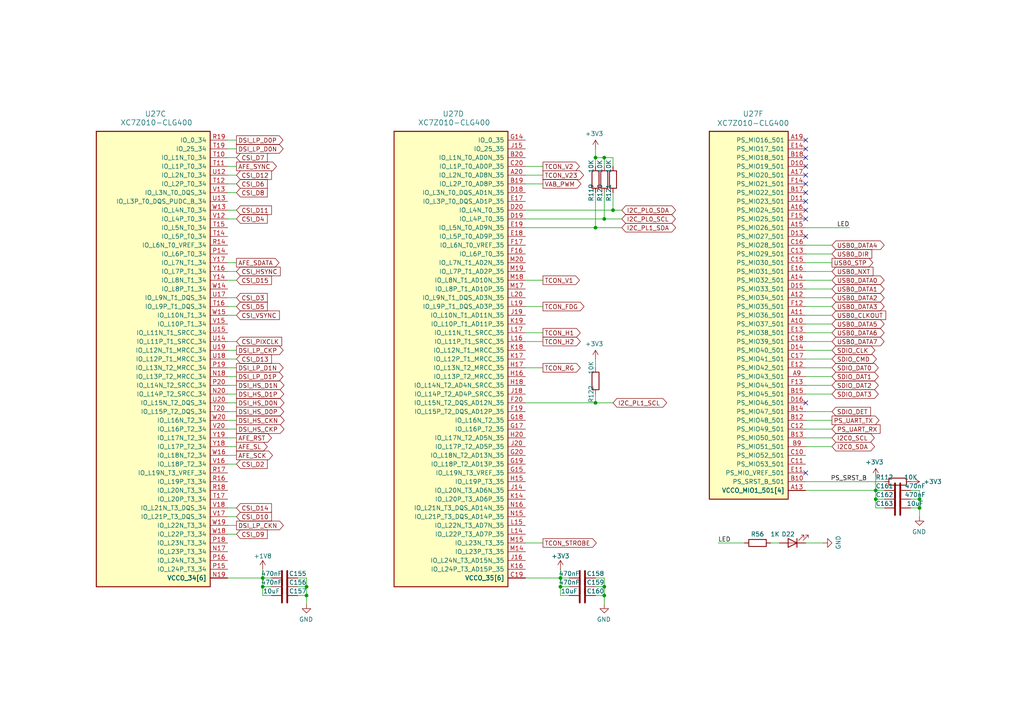
<source format=kicad_sch>
(kicad_sch (version 20231120) (generator "eeschema") (generator_version "8.0")
  (paper "A4")
  (title_block (title "FPGA IO") (date "2024-06-09") (rev "R0.10") (company "Copyright 2024 Anhang Li, Wenting Zhang") (comment 2 "MERCHANTABILITY, SATISFACTORY QUALITY AND FITNESS FOR A PARTICULAR PURPOSE.") (comment 3 "This source is distributed WITHOUT ANY EXPRESS OR IMPLIED WARRANTY, INCLUDING OF") (comment 4 "This source describes Open Hardware and is licensed under the CERN-OHL-P v2."))
  (junction (at 175.26 170.18))
  (junction (at 162.56 167.64))
  (junction (at 88.9 172.72))
  (junction (at 175.26 63.5))
  (junction (at 254 144.78))
  (junction (at 254 142.24))
  (junction (at 172.72 45.72))
  (junction (at 88.9 170.18))
  (junction (at 76.2 170.18))
  (junction (at 266.7 147.32))
  (junction (at 266.7 144.78))
  (junction (at 177.8 60.96))
  (junction (at 162.56 170.18))
  (junction (at 76.2 167.64))
  (junction (at 175.26 172.72))
  (junction (at 175.26 45.72))
  (junction (at 172.72 116.84))
  (junction (at 172.72 66.04))
  (no_connect (at 233.68 43.18))
  (no_connect (at 233.68 63.5))
  (no_connect (at 233.68 60.96))
  (no_connect (at 233.68 68.58))
  (no_connect (at 233.68 137.16))
  (no_connect (at 233.68 53.34))
  (no_connect (at 233.68 116.84))
  (no_connect (at 233.68 58.42))
  (no_connect (at 233.68 48.26))
  (no_connect (at 233.68 45.72))
  (no_connect (at 233.68 50.8))
  (no_connect (at 233.68 55.88))
  (no_connect (at 233.68 40.64))
  (wire (pts (xy 66.04 55.88) (xy 68.58 55.88)))
  (wire (pts (xy 66.04 101.6) (xy 68.58 101.6)))
  (wire (pts (xy 241.3 71.12) (xy 233.68 71.12)))
  (wire (pts (xy 172.72 114.3) (xy 172.72 116.84)))
  (wire (pts (xy 241.3 114.3) (xy 233.68 114.3)))
  (wire (pts (xy 66.04 48.26) (xy 68.58 48.26)))
  (wire (pts (xy 172.72 167.64) (xy 175.26 167.64)))
  (wire (pts (xy 66.04 91.44) (xy 68.58 91.44)))
  (wire (pts (xy 88.9 167.64) (xy 88.9 170.18)))
  (wire (pts (xy 66.04 119.38) (xy 68.58 119.38)))
  (wire (pts (xy 264.16 142.24) (xy 266.7 142.24)))
  (wire (pts (xy 241.3 76.2) (xy 233.68 76.2)))
  (wire (pts (xy 177.8 48.26) (xy 177.8 45.72)))
  (wire (pts (xy 241.3 81.28) (xy 233.68 81.28)))
  (wire (pts (xy 241.3 111.76) (xy 233.68 111.76)))
  (wire (pts (xy 66.04 104.14) (xy 68.58 104.14)))
  (wire (pts (xy 175.26 45.72) (xy 175.26 48.26)))
  (wire (pts (xy 172.72 55.88) (xy 172.72 66.04)))
  (wire (pts (xy 157.48 96.52) (xy 152.4 96.52)))
  (wire (pts (xy 88.9 170.18) (xy 88.9 172.72)))
  (wire (pts (xy 66.04 167.64) (xy 76.2 167.64)))
  (wire (pts (xy 66.04 116.84) (xy 68.58 116.84)))
  (wire (pts (xy 241.3 86.36) (xy 233.68 86.36)))
  (wire (pts (xy 175.26 45.72) (xy 172.72 45.72)))
  (wire (pts (xy 241.3 109.22) (xy 233.68 109.22)))
  (wire (pts (xy 157.48 50.8) (xy 152.4 50.8)))
  (wire (pts (xy 241.3 91.44) (xy 233.68 91.44)))
  (wire (pts (xy 66.04 88.9) (xy 68.58 88.9)))
  (wire (pts (xy 172.72 172.72) (xy 175.26 172.72)))
  (wire (pts (xy 233.68 127) (xy 241.3 127)))
  (wire (pts (xy 233.68 124.46) (xy 241.3 124.46)))
  (wire (pts (xy 66.04 127) (xy 68.58 127)))
  (wire (pts (xy 175.26 175.26) (xy 175.26 172.72)))
  (wire (pts (xy 172.72 45.72) (xy 172.72 48.26)))
  (wire (pts (xy 208.28 157.48) (xy 215.9 157.48)))
  (wire (pts (xy 266.7 142.24) (xy 266.7 144.78)))
  (wire (pts (xy 162.56 170.18) (xy 162.56 167.64)))
  (wire (pts (xy 78.74 172.72) (xy 76.2 172.72)))
  (wire (pts (xy 157.48 81.28) (xy 152.4 81.28)))
  (wire (pts (xy 66.04 121.92) (xy 68.58 121.92)))
  (wire (pts (xy 162.56 172.72) (xy 162.56 170.18)))
  (wire (pts (xy 152.4 66.04) (xy 172.72 66.04)))
  (wire (pts (xy 172.72 104.14) (xy 172.72 106.68)))
  (wire (pts (xy 233.68 129.54) (xy 241.3 129.54)))
  (wire (pts (xy 76.2 172.72) (xy 76.2 170.18)))
  (wire (pts (xy 76.2 167.64) (xy 78.74 167.64)))
  (wire (pts (xy 241.3 104.14) (xy 233.68 104.14)))
  (wire (pts (xy 254 147.32) (xy 254 144.78)))
  (wire (pts (xy 66.04 147.32) (xy 68.58 147.32)))
  (wire (pts (xy 177.8 55.88) (xy 177.8 60.96)))
  (wire (pts (xy 162.56 165.1) (xy 162.56 167.64)))
  (wire (pts (xy 172.72 170.18) (xy 175.26 170.18)))
  (wire (pts (xy 241.3 106.68) (xy 233.68 106.68)))
  (wire (pts (xy 66.04 134.62) (xy 68.58 134.62)))
  (wire (pts (xy 66.04 154.94) (xy 68.58 154.94)))
  (wire (pts (xy 152.4 116.84) (xy 172.72 116.84)))
  (wire (pts (xy 266.7 144.78) (xy 266.7 147.32)))
  (wire (pts (xy 162.56 167.64) (xy 165.1 167.64)))
  (wire (pts (xy 172.72 66.04) (xy 180.34 66.04)))
  (wire (pts (xy 246.38 66.04) (xy 233.68 66.04)))
  (wire (pts (xy 177.8 45.72) (xy 175.26 45.72)))
  (wire (pts (xy 172.72 43.18) (xy 172.72 45.72)))
  (wire (pts (xy 66.04 40.64) (xy 68.58 40.64)))
  (wire (pts (xy 66.04 43.18) (xy 68.58 43.18)))
  (wire (pts (xy 241.3 99.06) (xy 233.68 99.06)))
  (wire (pts (xy 264.16 147.32) (xy 266.7 147.32)))
  (wire (pts (xy 157.48 88.9) (xy 152.4 88.9)))
  (wire (pts (xy 66.04 81.28) (xy 68.58 81.28)))
  (wire (pts (xy 157.48 106.68) (xy 152.4 106.68)))
  (wire (pts (xy 233.68 121.92) (xy 241.3 121.92)))
  (wire (pts (xy 152.4 60.96) (xy 177.8 60.96)))
  (wire (pts (xy 241.3 93.98) (xy 233.68 93.98)))
  (wire (pts (xy 256.54 147.32) (xy 254 147.32)))
  (wire (pts (xy 86.36 170.18) (xy 88.9 170.18)))
  (wire (pts (xy 66.04 86.36) (xy 68.58 86.36)))
  (wire (pts (xy 66.04 106.68) (xy 68.58 106.68)))
  (wire (pts (xy 264.16 144.78) (xy 266.7 144.78)))
  (wire (pts (xy 66.04 111.76) (xy 68.58 111.76)))
  (wire (pts (xy 66.04 114.3) (xy 68.58 114.3)))
  (wire (pts (xy 66.04 63.5) (xy 68.58 63.5)))
  (wire (pts (xy 152.4 167.64) (xy 162.56 167.64)))
  (wire (pts (xy 254 144.78) (xy 254 142.24)))
  (wire (pts (xy 254 138.43) (xy 254 142.24)))
  (wire (pts (xy 241.3 83.82) (xy 233.68 83.82)))
  (wire (pts (xy 175.26 167.64) (xy 175.26 170.18)))
  (wire (pts (xy 66.04 45.72) (xy 68.58 45.72)))
  (wire (pts (xy 66.04 132.08) (xy 68.58 132.08)))
  (wire (pts (xy 241.3 96.52) (xy 233.68 96.52)))
  (wire (pts (xy 177.8 60.96) (xy 180.34 60.96)))
  (wire (pts (xy 241.3 119.38) (xy 233.68 119.38)))
  (wire (pts (xy 66.04 129.54) (xy 68.58 129.54)))
  (wire (pts (xy 66.04 124.46) (xy 68.58 124.46)))
  (wire (pts (xy 66.04 152.4) (xy 68.58 152.4)))
  (wire (pts (xy 76.2 170.18) (xy 76.2 167.64)))
  (wire (pts (xy 88.9 175.26) (xy 88.9 172.72)))
  (wire (pts (xy 66.04 50.8) (xy 68.58 50.8)))
  (wire (pts (xy 172.72 116.84) (xy 177.8 116.84)))
  (wire (pts (xy 241.3 101.6) (xy 233.68 101.6)))
  (wire (pts (xy 66.04 78.74) (xy 68.58 78.74)))
  (wire (pts (xy 66.04 76.2) (xy 68.58 76.2)))
  (wire (pts (xy 66.04 60.96) (xy 68.58 60.96)))
  (wire (pts (xy 165.1 172.72) (xy 162.56 172.72)))
  (wire (pts (xy 241.3 78.74) (xy 233.68 78.74)))
  (wire (pts (xy 66.04 99.06) (xy 68.58 99.06)))
  (wire (pts (xy 175.26 55.88) (xy 175.26 63.5)))
  (wire (pts (xy 223.52 157.48) (xy 226.06 157.48)))
  (wire (pts (xy 165.1 170.18) (xy 162.56 170.18)))
  (wire (pts (xy 266.7 149.86) (xy 266.7 147.32)))
  (wire (pts (xy 256.54 144.78) (xy 254 144.78)))
  (wire (pts (xy 233.68 142.24) (xy 254 142.24)))
  (wire (pts (xy 233.68 139.7) (xy 256.54 139.7)))
  (wire (pts (xy 175.26 170.18) (xy 175.26 172.72)))
  (wire (pts (xy 241.3 73.66) (xy 233.68 73.66)))
  (wire (pts (xy 66.04 109.22) (xy 68.58 109.22)))
  (wire (pts (xy 66.04 53.34) (xy 68.58 53.34)))
  (wire (pts (xy 152.4 53.34) (xy 157.48 53.34)))
  (wire (pts (xy 66.04 149.86) (xy 68.58 149.86)))
  (wire (pts (xy 78.74 170.18) (xy 76.2 170.18)))
  (wire (pts (xy 254 142.24) (xy 256.54 142.24)))
  (wire (pts (xy 175.26 63.5) (xy 180.34 63.5)))
  (wire (pts (xy 157.48 48.26) (xy 152.4 48.26)))
  (wire (pts (xy 152.4 63.5) (xy 175.26 63.5)))
  (wire (pts (xy 157.48 99.06) (xy 152.4 99.06)))
  (wire (pts (xy 157.48 157.48) (xy 152.4 157.48)))
  (wire (pts (xy 86.36 172.72) (xy 88.9 172.72)))
  (wire (pts (xy 86.36 167.64) (xy 88.9 167.64)))
  (wire (pts (xy 241.3 88.9) (xy 233.68 88.9)))
  (wire (pts (xy 76.2 165.1) (xy 76.2 167.64)))
  (wire (pts (xy 233.68 157.48) (xy 238.76 157.48)))
  (label "LED" (at 246.38 66.04 180))
  (label "PS_SRST_B" (at 251.46 139.7 180))
  (label "LED" (at 208.28 157.48 0))
  (global_label "DSI_HS_CKN" (shape output) (at 68.58 121.92 0) (property "Intersheetrefs" "${INTERSHEET_REFS}" (effects (hide yes))))
  (global_label "I2C_PL1_SDA" (shape bidirectional) (at 180.34 66.04 0) (property "Intersheetrefs" "${INTERSHEET_REFS}" (effects (hide yes))))
  (global_label "USB0_DATA4" (shape bidirectional) (at 241.3 71.12 0) (property "Intersheetrefs" "${INTERSHEET_REFS}" (effects (hide yes))))
  (global_label "PS_UART_RX" (shape input) (at 241.3 124.46 0) (property "Intersheetrefs" "${INTERSHEET_REFS}" (effects (hide yes))))
  (global_label "AFE_SL" (shape output) (at 68.58 129.54 0) (property "Intersheetrefs" "${INTERSHEET_REFS}" (effects (hide yes))))
  (global_label "USB0_NXT" (shape input) (at 241.3 78.74 0) (property "Intersheetrefs" "${INTERSHEET_REFS}" (effects (hide yes))))
  (global_label "DSI_HS_D0P" (shape output) (at 68.58 119.38 0) (property "Intersheetrefs" "${INTERSHEET_REFS}" (effects (hide yes))))
  (global_label "CSI_PIXCLK" (shape input) (at 68.58 99.06 0) (property "Intersheetrefs" "${INTERSHEET_REFS}" (effects (hide yes))))
  (global_label "I2C_PL0_SDA" (shape bidirectional) (at 180.34 60.96 0) (property "Intersheetrefs" "${INTERSHEET_REFS}" (effects (hide yes))))
  (global_label "USB0_CLKOUT" (shape input) (at 241.3 91.44 0) (property "Intersheetrefs" "${INTERSHEET_REFS}" (effects (hide yes))))
  (global_label "DSI_HS_D0N" (shape output) (at 68.58 116.84 0) (property "Intersheetrefs" "${INTERSHEET_REFS}" (effects (hide yes))))
  (global_label "DSI_HS_D1N" (shape output) (at 68.58 111.76 0) (property "Intersheetrefs" "${INTERSHEET_REFS}" (effects (hide yes))))
  (global_label "I2C0_SDA" (shape bidirectional) (at 241.3 129.54 0) (property "Intersheetrefs" "${INTERSHEET_REFS}" (effects (hide yes))))
  (global_label "USB0_DATA3" (shape bidirectional) (at 241.3 88.9 0) (property "Intersheetrefs" "${INTERSHEET_REFS}" (effects (hide yes))))
  (global_label "CSI_D11" (shape input) (at 68.58 60.96 0) (property "Intersheetrefs" "${INTERSHEET_REFS}" (effects (hide yes))))
  (global_label "USB0_DATA1" (shape bidirectional) (at 241.3 83.82 0) (property "Intersheetrefs" "${INTERSHEET_REFS}" (effects (hide yes))))
  (global_label "SDIO_DAT3" (shape bidirectional) (at 241.3 114.3 0) (property "Intersheetrefs" "${INTERSHEET_REFS}" (effects (hide yes))))
  (global_label "CSI_D2" (shape input) (at 68.58 134.62 0) (property "Intersheetrefs" "${INTERSHEET_REFS}" (effects (hide yes))))
  (global_label "AFE_SDATA" (shape output) (at 68.58 76.2 0) (property "Intersheetrefs" "${INTERSHEET_REFS}" (effects (hide yes))))
  (global_label "I2C_PL1_SCL" (shape bidirectional) (at 177.8 116.84 0) (property "Intersheetrefs" "${INTERSHEET_REFS}" (effects (hide yes))))
  (global_label "CSI_D3" (shape input) (at 68.58 86.36 0) (property "Intersheetrefs" "${INTERSHEET_REFS}" (effects (hide yes))))
  (global_label "TCON_V2" (shape output) (at 157.48 48.26 0) (property "Intersheetrefs" "${INTERSHEET_REFS}" (effects (hide yes))))
  (global_label "I2C0_SCL" (shape bidirectional) (at 241.3 127 0) (property "Intersheetrefs" "${INTERSHEET_REFS}" (effects (hide yes))))
  (global_label "AFE_RST" (shape output) (at 68.58 127 0) (property "Intersheetrefs" "${INTERSHEET_REFS}" (effects (hide yes))))
  (global_label "CSI_D7" (shape input) (at 68.58 45.72 0) (property "Intersheetrefs" "${INTERSHEET_REFS}" (effects (hide yes))))
  (global_label "USB0_DATA0" (shape bidirectional) (at 241.3 81.28 0) (property "Intersheetrefs" "${INTERSHEET_REFS}" (effects (hide yes))))
  (global_label "CSI_D15" (shape input) (at 68.58 81.28 0) (property "Intersheetrefs" "${INTERSHEET_REFS}" (effects (hide yes))))
  (global_label "CSI_D6" (shape input) (at 68.58 53.34 0) (property "Intersheetrefs" "${INTERSHEET_REFS}" (effects (hide yes))))
  (global_label "DSI_LP_D0N" (shape output) (at 68.58 43.18 0) (property "Intersheetrefs" "${INTERSHEET_REFS}" (effects (hide yes))))
  (global_label "CSI_D9" (shape input) (at 68.58 154.94 0) (property "Intersheetrefs" "${INTERSHEET_REFS}" (effects (hide yes))))
  (global_label "CSI_D5" (shape input) (at 68.58 88.9 0) (property "Intersheetrefs" "${INTERSHEET_REFS}" (effects (hide yes))))
  (global_label "USB0_STP" (shape output) (at 241.3 76.2 0) (property "Intersheetrefs" "${INTERSHEET_REFS}" (effects (hide yes))))
  (global_label "USB0_DATA7" (shape bidirectional) (at 241.3 99.06 0) (property "Intersheetrefs" "${INTERSHEET_REFS}" (effects (hide yes))))
  (global_label "CSI_D13" (shape input) (at 68.58 104.14 0) (property "Intersheetrefs" "${INTERSHEET_REFS}" (effects (hide yes))))
  (global_label "DSI_HS_D1P" (shape output) (at 68.58 114.3 0) (property "Intersheetrefs" "${INTERSHEET_REFS}" (effects (hide yes))))
  (global_label "DSI_HS_CKP" (shape output) (at 68.58 124.46 0) (property "Intersheetrefs" "${INTERSHEET_REFS}" (effects (hide yes))))
  (global_label "SDIO_CLK" (shape bidirectional) (at 241.3 101.6 0) (property "Intersheetrefs" "${INTERSHEET_REFS}" (effects (hide yes))))
  (global_label "TCON_STROBE" (shape output) (at 157.48 157.48 0) (property "Intersheetrefs" "${INTERSHEET_REFS}" (effects (hide yes))))
  (global_label "TCON_V23" (shape output) (at 157.48 50.8 0) (property "Intersheetrefs" "${INTERSHEET_REFS}" (effects (hide yes))))
  (global_label "DSI_LP_D1P" (shape output) (at 68.58 109.22 0) (property "Intersheetrefs" "${INTERSHEET_REFS}" (effects (hide yes))))
  (global_label "TCON_H1" (shape output) (at 157.48 96.52 0) (property "Intersheetrefs" "${INTERSHEET_REFS}" (effects (hide yes))))
  (global_label "DSI_LP_CKP" (shape output) (at 68.58 101.6 0) (property "Intersheetrefs" "${INTERSHEET_REFS}" (effects (hide yes))))
  (global_label "CSI_D10" (shape input) (at 68.58 149.86 0) (property "Intersheetrefs" "${INTERSHEET_REFS}" (effects (hide yes))))
  (global_label "PS_UART_TX" (shape output) (at 241.3 121.92 0) (property "Intersheetrefs" "${INTERSHEET_REFS}" (effects (hide yes))))
  (global_label "CSI_D12" (shape input) (at 68.58 50.8 0) (property "Intersheetrefs" "${INTERSHEET_REFS}" (effects (hide yes))))
  (global_label "USB0_DATA6" (shape bidirectional) (at 241.3 96.52 0) (property "Intersheetrefs" "${INTERSHEET_REFS}" (effects (hide yes))))
  (global_label "CSI_VSYNC" (shape input) (at 68.58 91.44 0) (property "Intersheetrefs" "${INTERSHEET_REFS}" (effects (hide yes))))
  (global_label "DSI_LP_D1N" (shape output) (at 68.58 106.68 0) (property "Intersheetrefs" "${INTERSHEET_REFS}" (effects (hide yes))))
  (global_label "TCON_FDG" (shape output) (at 157.48 88.9 0) (property "Intersheetrefs" "${INTERSHEET_REFS}" (effects (hide yes))))
  (global_label "SDIO_DAT2" (shape bidirectional) (at 241.3 111.76 0) (property "Intersheetrefs" "${INTERSHEET_REFS}" (effects (hide yes))))
  (global_label "TCON_V1" (shape output) (at 157.48 81.28 0) (property "Intersheetrefs" "${INTERSHEET_REFS}" (effects (hide yes))))
  (global_label "SDIO_CMD" (shape bidirectional) (at 241.3 104.14 0) (property "Intersheetrefs" "${INTERSHEET_REFS}" (effects (hide yes))))
  (global_label "SDIO_DAT0" (shape bidirectional) (at 241.3 106.68 0) (property "Intersheetrefs" "${INTERSHEET_REFS}" (effects (hide yes))))
  (global_label "DSI_LP_CKN" (shape output) (at 68.58 152.4 0) (property "Intersheetrefs" "${INTERSHEET_REFS}" (effects (hide yes))))
  (global_label "CSI_D8" (shape input) (at 68.58 55.88 0) (property "Intersheetrefs" "${INTERSHEET_REFS}" (effects (hide yes))))
  (global_label "AFE_SYNC" (shape output) (at 68.58 48.26 0) (property "Intersheetrefs" "${INTERSHEET_REFS}" (effects (hide yes))))
  (global_label "USB0_DATA2" (shape bidirectional) (at 241.3 86.36 0) (property "Intersheetrefs" "${INTERSHEET_REFS}" (effects (hide yes))))
  (global_label "TCON_H2" (shape output) (at 157.48 99.06 0) (property "Intersheetrefs" "${INTERSHEET_REFS}" (effects (hide yes))))
  (global_label "VAB_PWM" (shape output) (at 157.48 53.34 0) (property "Intersheetrefs" "${INTERSHEET_REFS}" (effects (hide yes))))
  (global_label "CSI_D4" (shape input) (at 68.58 63.5 0) (property "Intersheetrefs" "${INTERSHEET_REFS}" (effects (hide yes))))
  (global_label "CSI_HSYNC" (shape input) (at 68.58 78.74 0) (property "Intersheetrefs" "${INTERSHEET_REFS}" (effects (hide yes))))
  (global_label "DSI_LP_D0P" (shape output) (at 68.58 40.64 0) (property "Intersheetrefs" "${INTERSHEET_REFS}" (effects (hide yes))))
  (global_label "SDIO_DET" (shape input) (at 241.3 119.38 0) (property "Intersheetrefs" "${INTERSHEET_REFS}" (effects (hide yes))))
  (global_label "SDIO_DAT1" (shape bidirectional) (at 241.3 109.22 0) (property "Intersheetrefs" "${INTERSHEET_REFS}" (effects (hide yes))))
  (global_label "AFE_SCK" (shape output) (at 68.58 132.08 0) (property "Intersheetrefs" "${INTERSHEET_REFS}" (effects (hide yes))))
  (global_label "USB0_DATA5" (shape bidirectional) (at 241.3 93.98 0) (property "Intersheetrefs" "${INTERSHEET_REFS}" (effects (hide yes))))
  (global_label "USB0_DIR" (shape input) (at 241.3 73.66 0) (property "Intersheetrefs" "${INTERSHEET_REFS}" (effects (hide yes))))
  (global_label "CSI_D14" (shape input) (at 68.58 147.32 0) (property "Intersheetrefs" "${INTERSHEET_REFS}" (effects (hide yes))))
  (global_label "I2C_PL0_SCL" (shape bidirectional) (at 180.34 63.5 0) (property "Intersheetrefs" "${INTERSHEET_REFS}" (effects (hide yes))))
  (global_label "TCON_RG" (shape output) (at 157.48 106.68 0) (property "Intersheetrefs" "${INTERSHEET_REFS}" (effects (hide yes))))
  (symbol (lib_id "symbols:XC7Z007S-CLG400") (at 152.4 40.64 0) (mirror y) (unit 4)
    (property "Reference" "U27" (at 134.62 33.02 0) (effects (font (size 1.524 1.524)) (justify left)))
    (property "Value" "XC7Z010-CLG400" (at 142.24 35.56 0) (effects (font (size 1.524 1.524)) (justify left)))
    (property "Footprint" "Package_BGA:Xilinx_CLG400" (effects (hide yes)))
    (property "desc" "xc7z007sclg400" (effects (hide yes)))
  )
  (symbol (lib_id "Device:C") (at 82.55 172.72 90) (mirror x) (unit 1)
    (property "Reference" "C157" (at 86.36 171.45 90))
    (property "Value" "10uF" (at 78.74 171.45 90))
    (property "Footprint" "Capacitor_SMD:C_0603_1608Metric" (effects (hide yes)))
  )
  (symbol (lib_id "power:+3V3") (at 172.72 104.14 0) (mirror y) (unit 1)
    (property "Reference" "#PWR0298" (effects (hide yes)))
    (property "Value" "+3V3" (at 172.339 99.7458 0))
  )
  (symbol (lib_id "Device:R") (at 219.71 157.48 90) (unit 1)
    (property "Reference" "R56" (at 219.71 154.94 90))
    (property "Value" "1K" (at 224.79 154.94 90))
    (property "Footprint" "Resistor_SMD:R_0402_1005Metric" (effects (hide yes)))
  )
  (symbol (lib_id "power:GND") (at 175.26 175.26 0) (mirror y) (unit 1)
    (property "Reference" "#PWR0269" (effects (hide yes)))
    (property "Value" "GND" (at 175.133 179.6542 0))
  )
  (symbol (lib_id "power:GND") (at 88.9 175.26 0) (mirror y) (unit 1)
    (property "Reference" "#PWR0267" (effects (hide yes)))
    (property "Value" "GND" (at 88.773 179.6542 0))
  )
  (symbol (lib_id "Device:R") (at 177.8 52.07 0) (mirror y) (unit 1)
    (property "Reference" "R121" (at 176.53 55.88 90))
    (property "Value" "10K" (at 176.53 48.26 90))
    (property "Footprint" "Resistor_SMD:R_0402_1005Metric" (effects (hide yes)))
  )
  (symbol (lib_id "symbols:XC7Z007S-CLG400") (at 66.04 40.64 0) (mirror y) (unit 3)
    (property "Reference" "U27" (at 48.26 33.02 0) (effects (font (size 1.524 1.524)) (justify left)))
    (property "Value" "XC7Z010-CLG400" (at 55.88 35.56 0) (effects (font (size 1.524 1.524)) (justify left)))
    (property "Footprint" "Package_BGA:Xilinx_CLG400" (effects (hide yes)))
    (property "desc" "xc7z007sclg400" (effects (hide yes)))
  )
  (symbol (lib_id "Device:R") (at 260.35 139.7 270) (mirror x) (unit 1)
    (property "Reference" "R112" (at 256.54 138.43 90))
    (property "Value" "10K" (at 264.16 138.43 90))
    (property "Footprint" "Resistor_SMD:R_0402_1005Metric" (effects (hide yes)))
  )
  (symbol (lib_id "power:+3V3") (at 172.72 43.18 0) (mirror y) (unit 1)
    (property "Reference" "#PWR0297" (effects (hide yes)))
    (property "Value" "+3V3" (at 172.339 38.7858 0))
  )
  (symbol (lib_id "Device:C") (at 168.91 172.72 90) (mirror x) (unit 1)
    (property "Reference" "C160" (at 172.72 171.45 90))
    (property "Value" "10uF" (at 165.1 171.45 90))
    (property "Footprint" "Capacitor_SMD:C_0603_1608Metric" (effects (hide yes)))
  )
  (symbol (lib_id "Device:C") (at 82.55 170.18 90) (mirror x) (unit 1)
    (property "Reference" "C156" (at 86.36 168.91 90))
    (property "Value" "470nF" (at 78.74 168.91 90))
    (property "Footprint" "Capacitor_SMD:C_0402_1005Metric" (effects (hide yes)))
  )
  (symbol (lib_id "Device:C") (at 260.35 144.78 90) (mirror x) (unit 1)
    (property "Reference" "C162" (at 256.54 143.51 90))
    (property "Value" "470nF" (at 265.43 143.51 90))
    (property "Footprint" "Capacitor_SMD:C_0402_1005Metric" (effects (hide yes)))
  )
  (symbol (lib_id "power:+1V8") (at 76.2 165.1 0) (unit 1)
    (property "Reference" "#PWR0266" (effects (hide yes)))
    (property "Value" "+1V8" (at 76.2 161.29 0))
  )
  (symbol (lib_id "Device:R") (at 172.72 52.07 0) (mirror y) (unit 1)
    (property "Reference" "R119" (at 171.45 55.88 90))
    (property "Value" "10K" (at 171.45 48.26 90))
    (property "Footprint" "Resistor_SMD:R_0402_1005Metric" (effects (hide yes)))
  )
  (symbol (lib_id "power:GND") (at 238.76 157.48 90) (unit 1)
    (property "Reference" "#PWR0233" (effects (hide yes)))
    (property "Value" "GND" (at 243.1542 157.353 0))
  )
  (symbol (lib_id "symbols:XC7Z007S-CLG400") (at 233.68 40.64 0) (mirror y) (unit 6)
    (property "Reference" "U27" (at 218.44 33.02 0) (effects (font (size 1.524 1.524))))
    (property "Value" "XC7Z010-CLG400" (at 218.44 35.7124 0) (effects (font (size 1.524 1.524))))
    (property "Footprint" "Package_BGA:Xilinx_CLG400" (effects (hide yes)))
    (property "desc" "xc7z007sclg400" (effects (hide yes)))
  )
  (symbol (lib_id "power:+3V3") (at 264.16 139.7 270) (mirror x) (unit 1)
    (property "Reference" "#PWR0271" (effects (hide yes)))
    (property "Value" "+3V3" (at 270.51 139.7 90))
  )
  (symbol (lib_id "Device:C") (at 260.35 147.32 90) (mirror x) (unit 1)
    (property "Reference" "C163" (at 256.54 146.05 90))
    (property "Value" "10uF" (at 265.43 146.05 90))
    (property "Footprint" "Capacitor_SMD:C_0603_1608Metric" (effects (hide yes)))
  )
  (symbol (lib_id "power:GND") (at 266.7 149.86 0) (mirror y) (unit 1)
    (property "Reference" "#PWR0272" (effects (hide yes)))
    (property "Value" "GND" (at 266.573 154.2542 0))
  )
  (symbol (lib_id "Device:C") (at 168.91 167.64 90) (mirror x) (unit 1)
    (property "Reference" "C158" (at 172.72 166.37 90))
    (property "Value" "470nF" (at 165.1 166.37 90))
    (property "Footprint" "Capacitor_SMD:C_0402_1005Metric" (effects (hide yes)))
  )
  (symbol (lib_id "Device:C") (at 168.91 170.18 90) (mirror x) (unit 1)
    (property "Reference" "C159" (at 172.72 168.91 90))
    (property "Value" "470nF" (at 165.1 168.91 90))
    (property "Footprint" "Capacitor_SMD:C_0402_1005Metric" (effects (hide yes)))
  )
  (symbol (lib_id "Device:C") (at 260.35 142.24 90) (mirror x) (unit 1)
    (property "Reference" "C161" (at 256.54 140.97 90))
    (property "Value" "470nF" (at 265.43 140.97 90))
    (property "Footprint" "Capacitor_SMD:C_0402_1005Metric" (effects (hide yes)))
  )
  (symbol (lib_id "Device:LED") (at 229.87 157.48 180) (unit 1)
    (property "Reference" "D22" (at 228.6 154.94 0))
    (property "Value" "LED" (effects (hide yes)))
    (property "Footprint" "LED_SMD:LED_0603_1608Metric" (effects (hide yes)))
  )
  (symbol (lib_id "power:+3V3") (at 254 138.43 0) (mirror y) (unit 1)
    (property "Reference" "#PWR0270" (effects (hide yes)))
    (property "Value" "+3V3" (at 253.619 134.0358 0))
  )
  (symbol (lib_id "Device:R") (at 172.72 110.49 0) (mirror y) (unit 1)
    (property "Reference" "R122" (at 171.45 114.3 90))
    (property "Value" "10K" (at 171.45 106.68 90))
    (property "Footprint" "Resistor_SMD:R_0402_1005Metric" (effects (hide yes)))
  )
  (symbol (lib_id "Device:C") (at 82.55 167.64 90) (mirror x) (unit 1)
    (property "Reference" "C155" (at 86.36 166.37 90))
    (property "Value" "470nF" (at 78.74 166.37 90))
    (property "Footprint" "Capacitor_SMD:C_0402_1005Metric" (effects (hide yes)))
  )
  (symbol (lib_name "+3V3_1") (lib_id "power:+3V3") (at 162.56 165.1 0) (unit 1)
    (property "Reference" "#PWR0268" (effects (hide yes)))
    (property "Value" "+3V3" (at 162.56 161.29 0))
    (property "Description" "Power symbol creates a global label with name \"+3V3\"" (effects (hide yes)))
  )
  (symbol (lib_id "Device:R") (at 175.26 52.07 0) (mirror y) (unit 1)
    (property "Reference" "R120" (at 173.99 55.88 90))
    (property "Value" "10K" (at 173.99 48.26 90))
    (property "Footprint" "Resistor_SMD:R_0402_1005Metric" (effects (hide yes)))
  )
)
</source>
